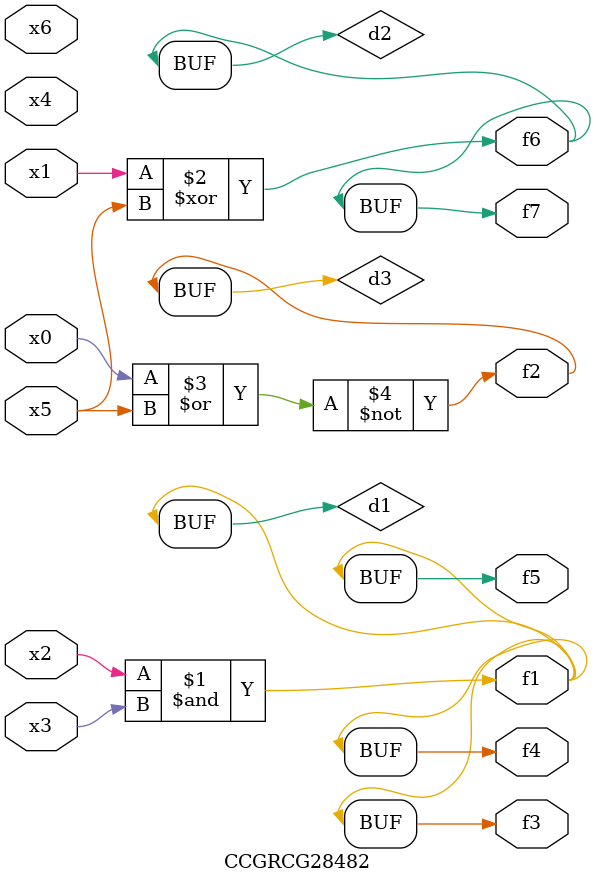
<source format=v>
module CCGRCG28482(
	input x0, x1, x2, x3, x4, x5, x6,
	output f1, f2, f3, f4, f5, f6, f7
);

	wire d1, d2, d3;

	and (d1, x2, x3);
	xor (d2, x1, x5);
	nor (d3, x0, x5);
	assign f1 = d1;
	assign f2 = d3;
	assign f3 = d1;
	assign f4 = d1;
	assign f5 = d1;
	assign f6 = d2;
	assign f7 = d2;
endmodule

</source>
